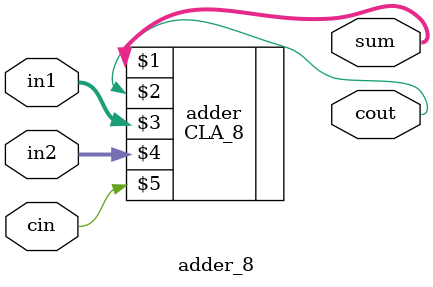
<source format=v>
module adder_8(output [7:0] sum,
                      output cout,
                      input [7:0] in1, in2,
                      input cin);


    wire [7:0] sum;
    wire cout;
    wire [7:0] in1;
    wire [7:0] in2;
    wire cin;

    CLA_8 adder(sum, cout, in1, in2, cin);

    assign sum = sum;
    assign cout = cout;
    assign in1 = in1;
    assign in2 = in2;
    assign cin = cin;

endmodule
</source>
